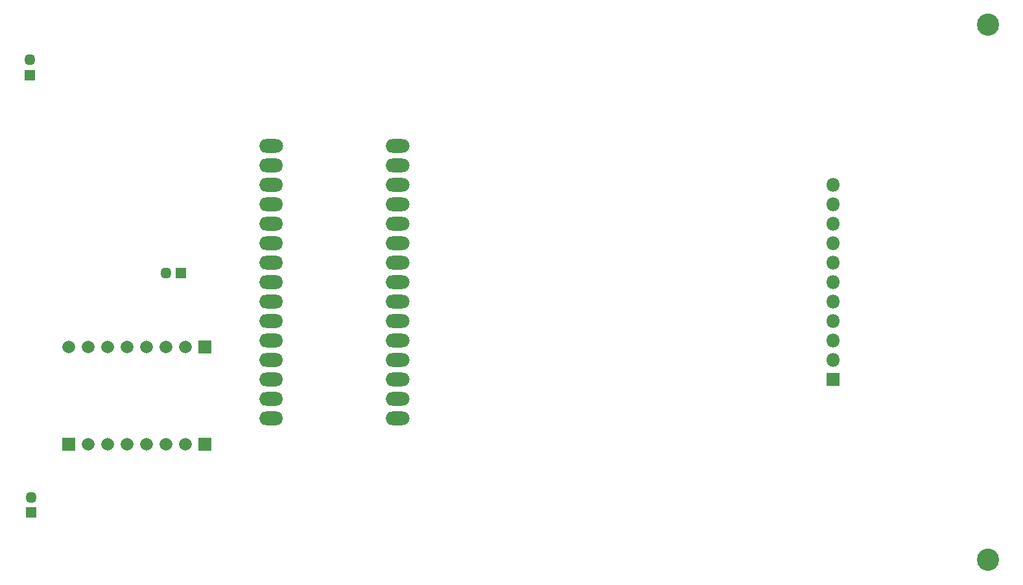
<source format=gts>
G04 #@! TF.GenerationSoftware,KiCad,Pcbnew,(5.1.6)-1*
G04 #@! TF.CreationDate,2021-11-01T01:40:41-07:00*
G04 #@! TF.ProjectId,seguilineas,73656775-696c-4696-9e65-61732e6b6963,rev?*
G04 #@! TF.SameCoordinates,Original*
G04 #@! TF.FileFunction,Soldermask,Top*
G04 #@! TF.FilePolarity,Negative*
%FSLAX46Y46*%
G04 Gerber Fmt 4.6, Leading zero omitted, Abs format (unit mm)*
G04 Created by KiCad (PCBNEW (5.1.6)-1) date 2021-11-01 01:40:41*
%MOMM*%
%LPD*%
G01*
G04 APERTURE LIST*
%ADD10O,3.100000X1.800000*%
%ADD11C,1.800000*%
%ADD12O,1.800000X1.800000*%
%ADD13O,1.450000X1.450000*%
%ADD14R,1.450000X1.450000*%
%ADD15R,1.800000X1.800000*%
%ADD16R,1.660000X1.660000*%
%ADD17C,1.660000*%
%ADD18C,2.900000*%
G04 APERTURE END LIST*
D10*
X123115000Y-90000000D03*
D11*
X122480000Y-92540000D03*
D10*
X123115000Y-69680000D03*
X123115000Y-74760000D03*
X123115000Y-95080000D03*
X123115000Y-92540000D03*
D11*
X122480000Y-79840000D03*
D12*
X123750000Y-95080000D03*
D11*
X122480000Y-64600000D03*
D12*
X123750000Y-84920000D03*
X123750000Y-82380000D03*
D11*
X122480000Y-72220000D03*
X122480000Y-82380000D03*
X122480000Y-84920000D03*
D10*
X123115000Y-64600000D03*
X123115000Y-97620000D03*
D11*
X122480000Y-77300000D03*
X122480000Y-87460000D03*
D12*
X123750000Y-79840000D03*
D10*
X123115000Y-72220000D03*
D12*
X123750000Y-87460000D03*
X123750000Y-90000000D03*
D10*
X123115000Y-87460000D03*
X123115000Y-84920000D03*
D11*
X122480000Y-90000000D03*
D12*
X123750000Y-77300000D03*
X123750000Y-97620000D03*
X123750000Y-74760000D03*
X123750000Y-72220000D03*
X123750000Y-69680000D03*
X123750000Y-67140000D03*
D11*
X123750000Y-64600000D03*
D10*
X123115000Y-79840000D03*
D12*
X123750000Y-100160000D03*
D10*
X123115000Y-77300000D03*
D12*
X123750000Y-92540000D03*
D11*
X122480000Y-97620000D03*
X122480000Y-74760000D03*
X122480000Y-100160000D03*
D10*
X123115000Y-82380000D03*
X123115000Y-100160000D03*
X123115000Y-67140000D03*
D11*
X122480000Y-67140000D03*
X122480000Y-95080000D03*
X122480000Y-69680000D03*
D10*
X139625000Y-64600000D03*
X139625000Y-67140000D03*
X139625000Y-69680000D03*
X139625000Y-72220000D03*
X139625000Y-74760000D03*
X139625000Y-77300000D03*
X139625000Y-79840000D03*
X139625000Y-82380000D03*
X139625000Y-84920000D03*
X139625000Y-87460000D03*
X139625000Y-90000000D03*
X139625000Y-92540000D03*
X139625000Y-95080000D03*
X139625000Y-97620000D03*
D11*
X140260000Y-67140000D03*
X140260000Y-64600000D03*
X140260000Y-69680000D03*
X140260000Y-77300000D03*
X140260000Y-72220000D03*
X140260000Y-74760000D03*
X140260000Y-82380000D03*
X140260000Y-79840000D03*
X140260000Y-84920000D03*
X140260000Y-90000000D03*
X140260000Y-87460000D03*
X140260000Y-92540000D03*
X140260000Y-95080000D03*
X140260000Y-97620000D03*
D10*
X139625000Y-100160000D03*
D11*
X140260000Y-100160000D03*
X138990000Y-100160000D03*
D12*
X138990000Y-97620000D03*
X138990000Y-95080000D03*
X138990000Y-92540000D03*
X138990000Y-90000000D03*
X138990000Y-87460000D03*
X138990000Y-84920000D03*
X138990000Y-82380000D03*
X138990000Y-79840000D03*
X138990000Y-77300000D03*
X138990000Y-74760000D03*
X138990000Y-72220000D03*
X138990000Y-69680000D03*
X138990000Y-67140000D03*
X138990000Y-64600000D03*
D13*
X91600000Y-53420000D03*
D14*
X91600000Y-55420000D03*
X91750000Y-112500000D03*
D13*
X91750000Y-110500000D03*
D14*
X111330000Y-81230000D03*
D13*
X109330000Y-81230000D03*
D15*
X196480000Y-95120000D03*
D12*
X196480000Y-92580000D03*
X196480000Y-90040000D03*
X196480000Y-87500000D03*
X196480000Y-84960000D03*
X196480000Y-82420000D03*
X196480000Y-79880000D03*
X196480000Y-77340000D03*
X196480000Y-74800000D03*
X196480000Y-72260000D03*
X196480000Y-69720000D03*
D16*
X96660000Y-103560000D03*
D17*
X99200000Y-103560000D03*
X101740000Y-103560000D03*
X104280000Y-103560000D03*
X106820000Y-103560000D03*
X109360000Y-103560000D03*
X111900000Y-103560000D03*
D16*
X114440000Y-103560000D03*
X114440000Y-90860000D03*
D17*
X111900000Y-90860000D03*
X109360000Y-90860000D03*
X106820000Y-90860000D03*
X104280000Y-90860000D03*
X101740000Y-90860000D03*
X99200000Y-90860000D03*
X96660000Y-90860000D03*
D18*
X216690000Y-118690000D03*
X216690000Y-48840000D03*
M02*

</source>
